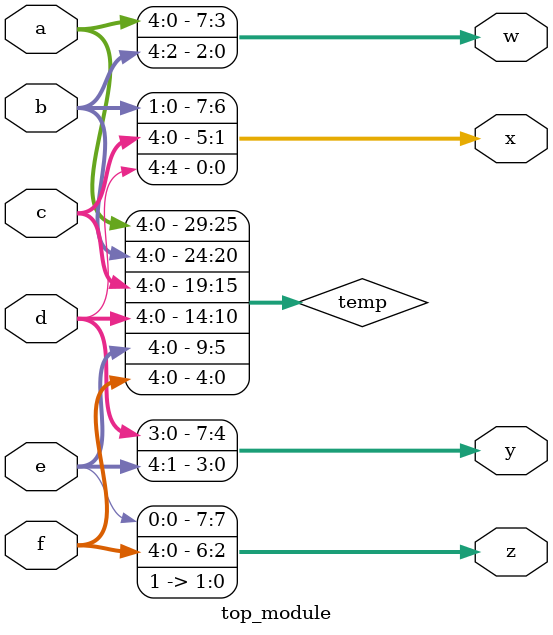
<source format=sv>
module top_module (
    input [4:0] a, b, c, d, e, f,
    output [7:0] w, x, y, z );
    wire [29:0] temp;
    assign temp = { a, b, c, d, e, f};
    assign {w, x, y, z} = {temp, 2'b11};

endmodule

</source>
